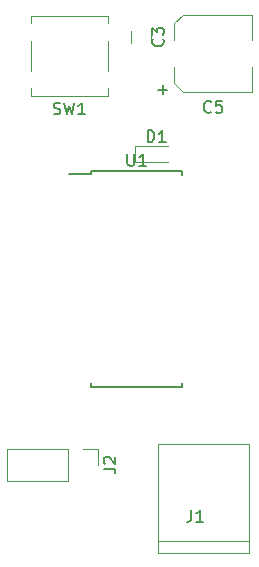
<source format=gbr>
G04 #@! TF.FileFunction,Legend,Top*
%FSLAX46Y46*%
G04 Gerber Fmt 4.6, Leading zero omitted, Abs format (unit mm)*
G04 Created by KiCad (PCBNEW 4.0.7) date Mon Sep 16 14:17:58 2019*
%MOMM*%
%LPD*%
G01*
G04 APERTURE LIST*
%ADD10C,0.100000*%
%ADD11C,0.120000*%
%ADD12C,0.150000*%
G04 APERTURE END LIST*
D10*
D11*
X160075000Y-83100000D02*
X160075000Y-82100000D01*
X158375000Y-82100000D02*
X158375000Y-83100000D01*
X168650000Y-87300000D02*
X168650000Y-85120000D01*
X168650000Y-80700000D02*
X168650000Y-82880000D01*
X162050000Y-86540000D02*
X162050000Y-85120000D01*
X162050000Y-81460000D02*
X162050000Y-82880000D01*
X168650000Y-87300000D02*
X162810000Y-87300000D01*
X162810000Y-87300000D02*
X162050000Y-86540000D01*
X162050000Y-81460000D02*
X162810000Y-80700000D01*
X162810000Y-80700000D02*
X168650000Y-80700000D01*
X158750000Y-91800000D02*
X158750000Y-93200000D01*
X158750000Y-93200000D02*
X161550000Y-93200000D01*
X158750000Y-91800000D02*
X161550000Y-91800000D01*
X160725000Y-125275000D02*
X168425000Y-125275000D01*
X160725000Y-126275000D02*
X168425000Y-126275000D01*
X168425000Y-126275000D02*
X168425000Y-117075000D01*
X168425000Y-117075000D02*
X160725000Y-117075000D01*
X160725000Y-117075000D02*
X160725000Y-126275000D01*
X149925000Y-81450000D02*
X149925000Y-80800000D01*
X149925000Y-80800000D02*
X156425000Y-80800000D01*
X156425000Y-80800000D02*
X156425000Y-81450000D01*
X149925000Y-86950000D02*
X149925000Y-87600000D01*
X149925000Y-87600000D02*
X156425000Y-87600000D01*
X156425000Y-87600000D02*
X156425000Y-86950000D01*
X149925000Y-85450000D02*
X149925000Y-82950000D01*
X156425000Y-85450000D02*
X156425000Y-82950000D01*
D12*
X154978952Y-93975000D02*
X154978952Y-94225000D01*
X162728952Y-93975000D02*
X162728952Y-94320000D01*
X162728952Y-112225000D02*
X162728952Y-111880000D01*
X154978952Y-112225000D02*
X154978952Y-111880000D01*
X154978952Y-93975000D02*
X162728952Y-93975000D01*
X154978952Y-112225000D02*
X162728952Y-112225000D01*
X154978952Y-94225000D02*
X153153952Y-94225000D01*
D11*
X147890000Y-117495000D02*
X147890000Y-120155000D01*
X153030000Y-117495000D02*
X147890000Y-117495000D01*
X153030000Y-120155000D02*
X147890000Y-120155000D01*
X153030000Y-117495000D02*
X153030000Y-120155000D01*
X154300000Y-117495000D02*
X155630000Y-117495000D01*
X155630000Y-117495000D02*
X155630000Y-118825000D01*
D12*
X161082143Y-82766666D02*
X161129762Y-82814285D01*
X161177381Y-82957142D01*
X161177381Y-83052380D01*
X161129762Y-83195238D01*
X161034524Y-83290476D01*
X160939286Y-83338095D01*
X160748810Y-83385714D01*
X160605952Y-83385714D01*
X160415476Y-83338095D01*
X160320238Y-83290476D01*
X160225000Y-83195238D01*
X160177381Y-83052380D01*
X160177381Y-82957142D01*
X160225000Y-82814285D01*
X160272619Y-82766666D01*
X160177381Y-82433333D02*
X160177381Y-81814285D01*
X160558333Y-82147619D01*
X160558333Y-82004761D01*
X160605952Y-81909523D01*
X160653571Y-81861904D01*
X160748810Y-81814285D01*
X160986905Y-81814285D01*
X161082143Y-81861904D01*
X161129762Y-81909523D01*
X161177381Y-82004761D01*
X161177381Y-82290476D01*
X161129762Y-82385714D01*
X161082143Y-82433333D01*
X165183334Y-88917143D02*
X165135715Y-88964762D01*
X164992858Y-89012381D01*
X164897620Y-89012381D01*
X164754762Y-88964762D01*
X164659524Y-88869524D01*
X164611905Y-88774286D01*
X164564286Y-88583810D01*
X164564286Y-88440952D01*
X164611905Y-88250476D01*
X164659524Y-88155238D01*
X164754762Y-88060000D01*
X164897620Y-88012381D01*
X164992858Y-88012381D01*
X165135715Y-88060000D01*
X165183334Y-88107619D01*
X166088096Y-88012381D02*
X165611905Y-88012381D01*
X165564286Y-88488571D01*
X165611905Y-88440952D01*
X165707143Y-88393333D01*
X165945239Y-88393333D01*
X166040477Y-88440952D01*
X166088096Y-88488571D01*
X166135715Y-88583810D01*
X166135715Y-88821905D01*
X166088096Y-88917143D01*
X166040477Y-88964762D01*
X165945239Y-89012381D01*
X165707143Y-89012381D01*
X165611905Y-88964762D01*
X165564286Y-88917143D01*
X160689048Y-87081429D02*
X161450953Y-87081429D01*
X161070001Y-87462381D02*
X161070001Y-86700476D01*
X159811905Y-91502381D02*
X159811905Y-90502381D01*
X160050000Y-90502381D01*
X160192858Y-90550000D01*
X160288096Y-90645238D01*
X160335715Y-90740476D01*
X160383334Y-90930952D01*
X160383334Y-91073810D01*
X160335715Y-91264286D01*
X160288096Y-91359524D01*
X160192858Y-91454762D01*
X160050000Y-91502381D01*
X159811905Y-91502381D01*
X161335715Y-91502381D02*
X160764286Y-91502381D01*
X161050000Y-91502381D02*
X161050000Y-90502381D01*
X160954762Y-90645238D01*
X160859524Y-90740476D01*
X160764286Y-90788095D01*
X163496667Y-122642381D02*
X163496667Y-123356667D01*
X163449047Y-123499524D01*
X163353809Y-123594762D01*
X163210952Y-123642381D01*
X163115714Y-123642381D01*
X164496667Y-123642381D02*
X163925238Y-123642381D01*
X164210952Y-123642381D02*
X164210952Y-122642381D01*
X164115714Y-122785238D01*
X164020476Y-122880476D01*
X163925238Y-122928095D01*
X151841667Y-89104762D02*
X151984524Y-89152381D01*
X152222620Y-89152381D01*
X152317858Y-89104762D01*
X152365477Y-89057143D01*
X152413096Y-88961905D01*
X152413096Y-88866667D01*
X152365477Y-88771429D01*
X152317858Y-88723810D01*
X152222620Y-88676190D01*
X152032143Y-88628571D01*
X151936905Y-88580952D01*
X151889286Y-88533333D01*
X151841667Y-88438095D01*
X151841667Y-88342857D01*
X151889286Y-88247619D01*
X151936905Y-88200000D01*
X152032143Y-88152381D01*
X152270239Y-88152381D01*
X152413096Y-88200000D01*
X152746429Y-88152381D02*
X152984524Y-89152381D01*
X153175001Y-88438095D01*
X153365477Y-89152381D01*
X153603572Y-88152381D01*
X154508334Y-89152381D02*
X153936905Y-89152381D01*
X154222619Y-89152381D02*
X154222619Y-88152381D01*
X154127381Y-88295238D01*
X154032143Y-88390476D01*
X153936905Y-88438095D01*
X158092047Y-92502381D02*
X158092047Y-93311905D01*
X158139666Y-93407143D01*
X158187285Y-93454762D01*
X158282523Y-93502381D01*
X158473000Y-93502381D01*
X158568238Y-93454762D01*
X158615857Y-93407143D01*
X158663476Y-93311905D01*
X158663476Y-92502381D01*
X159663476Y-93502381D02*
X159092047Y-93502381D01*
X159377761Y-93502381D02*
X159377761Y-92502381D01*
X159282523Y-92645238D01*
X159187285Y-92740476D01*
X159092047Y-92788095D01*
X156082381Y-119158333D02*
X156796667Y-119158333D01*
X156939524Y-119205953D01*
X157034762Y-119301191D01*
X157082381Y-119444048D01*
X157082381Y-119539286D01*
X156177619Y-118729762D02*
X156130000Y-118682143D01*
X156082381Y-118586905D01*
X156082381Y-118348809D01*
X156130000Y-118253571D01*
X156177619Y-118205952D01*
X156272857Y-118158333D01*
X156368095Y-118158333D01*
X156510952Y-118205952D01*
X157082381Y-118777381D01*
X157082381Y-118158333D01*
M02*

</source>
